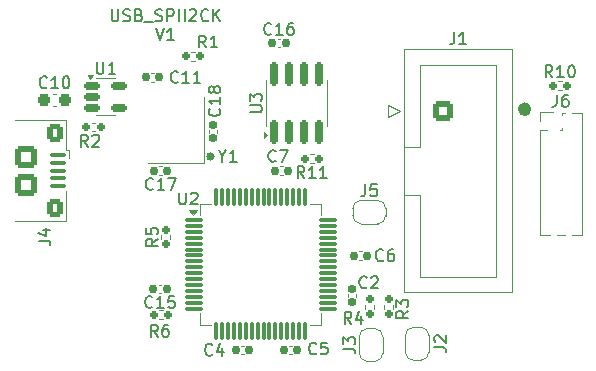
<source format=gbr>
%TF.GenerationSoftware,KiCad,Pcbnew,8.0.3*%
%TF.CreationDate,2024-07-22T14:40:56-07:00*%
%TF.ProjectId,USB_SPII2CK,5553425f-5350-4494-9932-434b2e6b6963,rev?*%
%TF.SameCoordinates,Original*%
%TF.FileFunction,Legend,Top*%
%TF.FilePolarity,Positive*%
%FSLAX46Y46*%
G04 Gerber Fmt 4.6, Leading zero omitted, Abs format (unit mm)*
G04 Created by KiCad (PCBNEW 8.0.3) date 2024-07-22 14:40:56*
%MOMM*%
%LPD*%
G01*
G04 APERTURE LIST*
G04 Aperture macros list*
%AMRoundRect*
0 Rectangle with rounded corners*
0 $1 Rounding radius*
0 $2 $3 $4 $5 $6 $7 $8 $9 X,Y pos of 4 corners*
0 Add a 4 corners polygon primitive as box body*
4,1,4,$2,$3,$4,$5,$6,$7,$8,$9,$2,$3,0*
0 Add four circle primitives for the rounded corners*
1,1,$1+$1,$2,$3*
1,1,$1+$1,$4,$5*
1,1,$1+$1,$6,$7*
1,1,$1+$1,$8,$9*
0 Add four rect primitives between the rounded corners*
20,1,$1+$1,$2,$3,$4,$5,0*
20,1,$1+$1,$4,$5,$6,$7,0*
20,1,$1+$1,$6,$7,$8,$9,0*
20,1,$1+$1,$8,$9,$2,$3,0*%
%AMFreePoly0*
4,1,19,0.500000,-0.750000,0.000000,-0.750000,0.000000,-0.744911,-0.071157,-0.744911,-0.207708,-0.704816,-0.327430,-0.627875,-0.420627,-0.520320,-0.479746,-0.390866,-0.500000,-0.250000,-0.500000,0.250000,-0.479746,0.390866,-0.420627,0.520320,-0.327430,0.627875,-0.207708,0.704816,-0.071157,0.744911,0.000000,0.744911,0.000000,0.750000,0.500000,0.750000,0.500000,-0.750000,0.500000,-0.750000,
$1*%
%AMFreePoly1*
4,1,19,0.000000,0.744911,0.071157,0.744911,0.207708,0.704816,0.327430,0.627875,0.420627,0.520320,0.479746,0.390866,0.500000,0.250000,0.500000,-0.250000,0.479746,-0.390866,0.420627,-0.520320,0.327430,-0.627875,0.207708,-0.704816,0.071157,-0.744911,0.000000,-0.744911,0.000000,-0.750000,-0.500000,-0.750000,-0.500000,0.750000,0.000000,0.750000,0.000000,0.744911,0.000000,0.744911,
$1*%
G04 Aperture macros list end*
%ADD10C,0.560000*%
%ADD11C,0.376228*%
%ADD12C,0.150000*%
%ADD13C,0.120000*%
%ADD14FreePoly0,90.000000*%
%ADD15FreePoly1,90.000000*%
%ADD16RoundRect,0.100000X-0.575000X0.100000X-0.575000X-0.100000X0.575000X-0.100000X0.575000X0.100000X0*%
%ADD17O,1.600000X0.900000*%
%ADD18RoundRect,0.250000X-0.450000X0.550000X-0.450000X-0.550000X0.450000X-0.550000X0.450000X0.550000X0*%
%ADD19RoundRect,0.250000X-0.700000X0.700000X-0.700000X-0.700000X0.700000X-0.700000X0.700000X0.700000X0*%
%ADD20RoundRect,0.155000X-0.212500X-0.155000X0.212500X-0.155000X0.212500X0.155000X-0.212500X0.155000X0*%
%ADD21RoundRect,0.155000X0.155000X-0.212500X0.155000X0.212500X-0.155000X0.212500X-0.155000X-0.212500X0*%
%ADD22RoundRect,0.150000X-0.512500X-0.150000X0.512500X-0.150000X0.512500X0.150000X-0.512500X0.150000X0*%
%ADD23RoundRect,0.150000X0.150000X-0.825000X0.150000X0.825000X-0.150000X0.825000X-0.150000X-0.825000X0*%
%ADD24RoundRect,0.160000X0.160000X-0.197500X0.160000X0.197500X-0.160000X0.197500X-0.160000X-0.197500X0*%
%ADD25RoundRect,0.160000X0.197500X0.160000X-0.197500X0.160000X-0.197500X-0.160000X0.197500X-0.160000X0*%
%ADD26RoundRect,0.250000X-0.600000X-0.600000X0.600000X-0.600000X0.600000X0.600000X-0.600000X0.600000X0*%
%ADD27C,1.700000*%
%ADD28RoundRect,0.160000X-0.197500X-0.160000X0.197500X-0.160000X0.197500X0.160000X-0.197500X0.160000X0*%
%ADD29RoundRect,0.155000X0.212500X0.155000X-0.212500X0.155000X-0.212500X-0.155000X0.212500X-0.155000X0*%
%ADD30R,1.000000X1.000000*%
%ADD31O,1.000000X1.000000*%
%ADD32FreePoly0,0.000000*%
%ADD33FreePoly1,0.000000*%
%ADD34RoundRect,0.075000X-0.700000X-0.075000X0.700000X-0.075000X0.700000X0.075000X-0.700000X0.075000X0*%
%ADD35RoundRect,0.075000X-0.075000X-0.700000X0.075000X-0.700000X0.075000X0.700000X-0.075000X0.700000X0*%
%ADD36R,1.800000X2.100000*%
%ADD37RoundRect,0.155000X-0.155000X0.212500X-0.155000X-0.212500X0.155000X-0.212500X0.155000X0.212500X0*%
%ADD38C,3.000000*%
%ADD39RoundRect,0.160000X-0.160000X0.197500X-0.160000X-0.197500X0.160000X-0.197500X0.160000X0.197500X0*%
%ADD40RoundRect,0.237500X-0.300000X-0.237500X0.300000X-0.237500X0.300000X0.237500X-0.300000X0.237500X0*%
G04 APERTURE END LIST*
D10*
X166680000Y-92500000D02*
G75*
G02*
X166120000Y-92500000I-280000J0D01*
G01*
X166120000Y-92500000D02*
G75*
G02*
X166680000Y-92500000I280000J0D01*
G01*
D11*
X139988114Y-96500000D02*
G75*
G02*
X139611886Y-96500000I-188114J0D01*
G01*
X139611886Y-96500000D02*
G75*
G02*
X139988114Y-96500000I188114J0D01*
G01*
D12*
X131428572Y-84039819D02*
X131428572Y-84849342D01*
X131428572Y-84849342D02*
X131476191Y-84944580D01*
X131476191Y-84944580D02*
X131523810Y-84992200D01*
X131523810Y-84992200D02*
X131619048Y-85039819D01*
X131619048Y-85039819D02*
X131809524Y-85039819D01*
X131809524Y-85039819D02*
X131904762Y-84992200D01*
X131904762Y-84992200D02*
X131952381Y-84944580D01*
X131952381Y-84944580D02*
X132000000Y-84849342D01*
X132000000Y-84849342D02*
X132000000Y-84039819D01*
X132428572Y-84992200D02*
X132571429Y-85039819D01*
X132571429Y-85039819D02*
X132809524Y-85039819D01*
X132809524Y-85039819D02*
X132904762Y-84992200D01*
X132904762Y-84992200D02*
X132952381Y-84944580D01*
X132952381Y-84944580D02*
X133000000Y-84849342D01*
X133000000Y-84849342D02*
X133000000Y-84754104D01*
X133000000Y-84754104D02*
X132952381Y-84658866D01*
X132952381Y-84658866D02*
X132904762Y-84611247D01*
X132904762Y-84611247D02*
X132809524Y-84563628D01*
X132809524Y-84563628D02*
X132619048Y-84516009D01*
X132619048Y-84516009D02*
X132523810Y-84468390D01*
X132523810Y-84468390D02*
X132476191Y-84420771D01*
X132476191Y-84420771D02*
X132428572Y-84325533D01*
X132428572Y-84325533D02*
X132428572Y-84230295D01*
X132428572Y-84230295D02*
X132476191Y-84135057D01*
X132476191Y-84135057D02*
X132523810Y-84087438D01*
X132523810Y-84087438D02*
X132619048Y-84039819D01*
X132619048Y-84039819D02*
X132857143Y-84039819D01*
X132857143Y-84039819D02*
X133000000Y-84087438D01*
X133761905Y-84516009D02*
X133904762Y-84563628D01*
X133904762Y-84563628D02*
X133952381Y-84611247D01*
X133952381Y-84611247D02*
X134000000Y-84706485D01*
X134000000Y-84706485D02*
X134000000Y-84849342D01*
X134000000Y-84849342D02*
X133952381Y-84944580D01*
X133952381Y-84944580D02*
X133904762Y-84992200D01*
X133904762Y-84992200D02*
X133809524Y-85039819D01*
X133809524Y-85039819D02*
X133428572Y-85039819D01*
X133428572Y-85039819D02*
X133428572Y-84039819D01*
X133428572Y-84039819D02*
X133761905Y-84039819D01*
X133761905Y-84039819D02*
X133857143Y-84087438D01*
X133857143Y-84087438D02*
X133904762Y-84135057D01*
X133904762Y-84135057D02*
X133952381Y-84230295D01*
X133952381Y-84230295D02*
X133952381Y-84325533D01*
X133952381Y-84325533D02*
X133904762Y-84420771D01*
X133904762Y-84420771D02*
X133857143Y-84468390D01*
X133857143Y-84468390D02*
X133761905Y-84516009D01*
X133761905Y-84516009D02*
X133428572Y-84516009D01*
X134190477Y-85135057D02*
X134952381Y-85135057D01*
X135142858Y-84992200D02*
X135285715Y-85039819D01*
X135285715Y-85039819D02*
X135523810Y-85039819D01*
X135523810Y-85039819D02*
X135619048Y-84992200D01*
X135619048Y-84992200D02*
X135666667Y-84944580D01*
X135666667Y-84944580D02*
X135714286Y-84849342D01*
X135714286Y-84849342D02*
X135714286Y-84754104D01*
X135714286Y-84754104D02*
X135666667Y-84658866D01*
X135666667Y-84658866D02*
X135619048Y-84611247D01*
X135619048Y-84611247D02*
X135523810Y-84563628D01*
X135523810Y-84563628D02*
X135333334Y-84516009D01*
X135333334Y-84516009D02*
X135238096Y-84468390D01*
X135238096Y-84468390D02*
X135190477Y-84420771D01*
X135190477Y-84420771D02*
X135142858Y-84325533D01*
X135142858Y-84325533D02*
X135142858Y-84230295D01*
X135142858Y-84230295D02*
X135190477Y-84135057D01*
X135190477Y-84135057D02*
X135238096Y-84087438D01*
X135238096Y-84087438D02*
X135333334Y-84039819D01*
X135333334Y-84039819D02*
X135571429Y-84039819D01*
X135571429Y-84039819D02*
X135714286Y-84087438D01*
X136142858Y-85039819D02*
X136142858Y-84039819D01*
X136142858Y-84039819D02*
X136523810Y-84039819D01*
X136523810Y-84039819D02*
X136619048Y-84087438D01*
X136619048Y-84087438D02*
X136666667Y-84135057D01*
X136666667Y-84135057D02*
X136714286Y-84230295D01*
X136714286Y-84230295D02*
X136714286Y-84373152D01*
X136714286Y-84373152D02*
X136666667Y-84468390D01*
X136666667Y-84468390D02*
X136619048Y-84516009D01*
X136619048Y-84516009D02*
X136523810Y-84563628D01*
X136523810Y-84563628D02*
X136142858Y-84563628D01*
X137142858Y-85039819D02*
X137142858Y-84039819D01*
X137619048Y-85039819D02*
X137619048Y-84039819D01*
X138047619Y-84135057D02*
X138095238Y-84087438D01*
X138095238Y-84087438D02*
X138190476Y-84039819D01*
X138190476Y-84039819D02*
X138428571Y-84039819D01*
X138428571Y-84039819D02*
X138523809Y-84087438D01*
X138523809Y-84087438D02*
X138571428Y-84135057D01*
X138571428Y-84135057D02*
X138619047Y-84230295D01*
X138619047Y-84230295D02*
X138619047Y-84325533D01*
X138619047Y-84325533D02*
X138571428Y-84468390D01*
X138571428Y-84468390D02*
X138000000Y-85039819D01*
X138000000Y-85039819D02*
X138619047Y-85039819D01*
X139619047Y-84944580D02*
X139571428Y-84992200D01*
X139571428Y-84992200D02*
X139428571Y-85039819D01*
X139428571Y-85039819D02*
X139333333Y-85039819D01*
X139333333Y-85039819D02*
X139190476Y-84992200D01*
X139190476Y-84992200D02*
X139095238Y-84896961D01*
X139095238Y-84896961D02*
X139047619Y-84801723D01*
X139047619Y-84801723D02*
X139000000Y-84611247D01*
X139000000Y-84611247D02*
X139000000Y-84468390D01*
X139000000Y-84468390D02*
X139047619Y-84277914D01*
X139047619Y-84277914D02*
X139095238Y-84182676D01*
X139095238Y-84182676D02*
X139190476Y-84087438D01*
X139190476Y-84087438D02*
X139333333Y-84039819D01*
X139333333Y-84039819D02*
X139428571Y-84039819D01*
X139428571Y-84039819D02*
X139571428Y-84087438D01*
X139571428Y-84087438D02*
X139619047Y-84135057D01*
X140047619Y-85039819D02*
X140047619Y-84039819D01*
X140619047Y-85039819D02*
X140190476Y-84468390D01*
X140619047Y-84039819D02*
X140047619Y-84611247D01*
X135190476Y-85649763D02*
X135523809Y-86649763D01*
X135523809Y-86649763D02*
X135857142Y-85649763D01*
X136714285Y-86649763D02*
X136142857Y-86649763D01*
X136428571Y-86649763D02*
X136428571Y-85649763D01*
X136428571Y-85649763D02*
X136333333Y-85792620D01*
X136333333Y-85792620D02*
X136238095Y-85887858D01*
X136238095Y-85887858D02*
X136142857Y-85935477D01*
X151054819Y-112783333D02*
X151769104Y-112783333D01*
X151769104Y-112783333D02*
X151911961Y-112830952D01*
X151911961Y-112830952D02*
X152007200Y-112926190D01*
X152007200Y-112926190D02*
X152054819Y-113069047D01*
X152054819Y-113069047D02*
X152054819Y-113164285D01*
X151054819Y-112402380D02*
X151054819Y-111783333D01*
X151054819Y-111783333D02*
X151435771Y-112116666D01*
X151435771Y-112116666D02*
X151435771Y-111973809D01*
X151435771Y-111973809D02*
X151483390Y-111878571D01*
X151483390Y-111878571D02*
X151531009Y-111830952D01*
X151531009Y-111830952D02*
X151626247Y-111783333D01*
X151626247Y-111783333D02*
X151864342Y-111783333D01*
X151864342Y-111783333D02*
X151959580Y-111830952D01*
X151959580Y-111830952D02*
X152007200Y-111878571D01*
X152007200Y-111878571D02*
X152054819Y-111973809D01*
X152054819Y-111973809D02*
X152054819Y-112259523D01*
X152054819Y-112259523D02*
X152007200Y-112354761D01*
X152007200Y-112354761D02*
X151959580Y-112402380D01*
X125254819Y-103633333D02*
X125969104Y-103633333D01*
X125969104Y-103633333D02*
X126111961Y-103680952D01*
X126111961Y-103680952D02*
X126207200Y-103776190D01*
X126207200Y-103776190D02*
X126254819Y-103919047D01*
X126254819Y-103919047D02*
X126254819Y-104014285D01*
X125588152Y-102728571D02*
X126254819Y-102728571D01*
X125207200Y-102966666D02*
X125921485Y-103204761D01*
X125921485Y-103204761D02*
X125921485Y-102585714D01*
X144957142Y-86099580D02*
X144909523Y-86147200D01*
X144909523Y-86147200D02*
X144766666Y-86194819D01*
X144766666Y-86194819D02*
X144671428Y-86194819D01*
X144671428Y-86194819D02*
X144528571Y-86147200D01*
X144528571Y-86147200D02*
X144433333Y-86051961D01*
X144433333Y-86051961D02*
X144385714Y-85956723D01*
X144385714Y-85956723D02*
X144338095Y-85766247D01*
X144338095Y-85766247D02*
X144338095Y-85623390D01*
X144338095Y-85623390D02*
X144385714Y-85432914D01*
X144385714Y-85432914D02*
X144433333Y-85337676D01*
X144433333Y-85337676D02*
X144528571Y-85242438D01*
X144528571Y-85242438D02*
X144671428Y-85194819D01*
X144671428Y-85194819D02*
X144766666Y-85194819D01*
X144766666Y-85194819D02*
X144909523Y-85242438D01*
X144909523Y-85242438D02*
X144957142Y-85290057D01*
X145909523Y-86194819D02*
X145338095Y-86194819D01*
X145623809Y-86194819D02*
X145623809Y-85194819D01*
X145623809Y-85194819D02*
X145528571Y-85337676D01*
X145528571Y-85337676D02*
X145433333Y-85432914D01*
X145433333Y-85432914D02*
X145338095Y-85480533D01*
X146766666Y-85194819D02*
X146576190Y-85194819D01*
X146576190Y-85194819D02*
X146480952Y-85242438D01*
X146480952Y-85242438D02*
X146433333Y-85290057D01*
X146433333Y-85290057D02*
X146338095Y-85432914D01*
X146338095Y-85432914D02*
X146290476Y-85623390D01*
X146290476Y-85623390D02*
X146290476Y-86004342D01*
X146290476Y-86004342D02*
X146338095Y-86099580D01*
X146338095Y-86099580D02*
X146385714Y-86147200D01*
X146385714Y-86147200D02*
X146480952Y-86194819D01*
X146480952Y-86194819D02*
X146671428Y-86194819D01*
X146671428Y-86194819D02*
X146766666Y-86147200D01*
X146766666Y-86147200D02*
X146814285Y-86099580D01*
X146814285Y-86099580D02*
X146861904Y-86004342D01*
X146861904Y-86004342D02*
X146861904Y-85766247D01*
X146861904Y-85766247D02*
X146814285Y-85671009D01*
X146814285Y-85671009D02*
X146766666Y-85623390D01*
X146766666Y-85623390D02*
X146671428Y-85575771D01*
X146671428Y-85575771D02*
X146480952Y-85575771D01*
X146480952Y-85575771D02*
X146385714Y-85623390D01*
X146385714Y-85623390D02*
X146338095Y-85671009D01*
X146338095Y-85671009D02*
X146290476Y-85766247D01*
X153033333Y-107559580D02*
X152985714Y-107607200D01*
X152985714Y-107607200D02*
X152842857Y-107654819D01*
X152842857Y-107654819D02*
X152747619Y-107654819D01*
X152747619Y-107654819D02*
X152604762Y-107607200D01*
X152604762Y-107607200D02*
X152509524Y-107511961D01*
X152509524Y-107511961D02*
X152461905Y-107416723D01*
X152461905Y-107416723D02*
X152414286Y-107226247D01*
X152414286Y-107226247D02*
X152414286Y-107083390D01*
X152414286Y-107083390D02*
X152461905Y-106892914D01*
X152461905Y-106892914D02*
X152509524Y-106797676D01*
X152509524Y-106797676D02*
X152604762Y-106702438D01*
X152604762Y-106702438D02*
X152747619Y-106654819D01*
X152747619Y-106654819D02*
X152842857Y-106654819D01*
X152842857Y-106654819D02*
X152985714Y-106702438D01*
X152985714Y-106702438D02*
X153033333Y-106750057D01*
X153414286Y-106750057D02*
X153461905Y-106702438D01*
X153461905Y-106702438D02*
X153557143Y-106654819D01*
X153557143Y-106654819D02*
X153795238Y-106654819D01*
X153795238Y-106654819D02*
X153890476Y-106702438D01*
X153890476Y-106702438D02*
X153938095Y-106750057D01*
X153938095Y-106750057D02*
X153985714Y-106845295D01*
X153985714Y-106845295D02*
X153985714Y-106940533D01*
X153985714Y-106940533D02*
X153938095Y-107083390D01*
X153938095Y-107083390D02*
X153366667Y-107654819D01*
X153366667Y-107654819D02*
X153985714Y-107654819D01*
X130175595Y-88504819D02*
X130175595Y-89314342D01*
X130175595Y-89314342D02*
X130223214Y-89409580D01*
X130223214Y-89409580D02*
X130270833Y-89457200D01*
X130270833Y-89457200D02*
X130366071Y-89504819D01*
X130366071Y-89504819D02*
X130556547Y-89504819D01*
X130556547Y-89504819D02*
X130651785Y-89457200D01*
X130651785Y-89457200D02*
X130699404Y-89409580D01*
X130699404Y-89409580D02*
X130747023Y-89314342D01*
X130747023Y-89314342D02*
X130747023Y-88504819D01*
X131747023Y-89504819D02*
X131175595Y-89504819D01*
X131461309Y-89504819D02*
X131461309Y-88504819D01*
X131461309Y-88504819D02*
X131366071Y-88647676D01*
X131366071Y-88647676D02*
X131270833Y-88742914D01*
X131270833Y-88742914D02*
X131175595Y-88790533D01*
X143149819Y-92736904D02*
X143959342Y-92736904D01*
X143959342Y-92736904D02*
X144054580Y-92689285D01*
X144054580Y-92689285D02*
X144102200Y-92641666D01*
X144102200Y-92641666D02*
X144149819Y-92546428D01*
X144149819Y-92546428D02*
X144149819Y-92355952D01*
X144149819Y-92355952D02*
X144102200Y-92260714D01*
X144102200Y-92260714D02*
X144054580Y-92213095D01*
X144054580Y-92213095D02*
X143959342Y-92165476D01*
X143959342Y-92165476D02*
X143149819Y-92165476D01*
X143149819Y-91784523D02*
X143149819Y-91165476D01*
X143149819Y-91165476D02*
X143530771Y-91498809D01*
X143530771Y-91498809D02*
X143530771Y-91355952D01*
X143530771Y-91355952D02*
X143578390Y-91260714D01*
X143578390Y-91260714D02*
X143626009Y-91213095D01*
X143626009Y-91213095D02*
X143721247Y-91165476D01*
X143721247Y-91165476D02*
X143959342Y-91165476D01*
X143959342Y-91165476D02*
X144054580Y-91213095D01*
X144054580Y-91213095D02*
X144102200Y-91260714D01*
X144102200Y-91260714D02*
X144149819Y-91355952D01*
X144149819Y-91355952D02*
X144149819Y-91641666D01*
X144149819Y-91641666D02*
X144102200Y-91736904D01*
X144102200Y-91736904D02*
X144054580Y-91784523D01*
X158754819Y-112633333D02*
X159469104Y-112633333D01*
X159469104Y-112633333D02*
X159611961Y-112680952D01*
X159611961Y-112680952D02*
X159707200Y-112776190D01*
X159707200Y-112776190D02*
X159754819Y-112919047D01*
X159754819Y-112919047D02*
X159754819Y-113014285D01*
X158850057Y-112204761D02*
X158802438Y-112157142D01*
X158802438Y-112157142D02*
X158754819Y-112061904D01*
X158754819Y-112061904D02*
X158754819Y-111823809D01*
X158754819Y-111823809D02*
X158802438Y-111728571D01*
X158802438Y-111728571D02*
X158850057Y-111680952D01*
X158850057Y-111680952D02*
X158945295Y-111633333D01*
X158945295Y-111633333D02*
X159040533Y-111633333D01*
X159040533Y-111633333D02*
X159183390Y-111680952D01*
X159183390Y-111680952D02*
X159754819Y-112252380D01*
X159754819Y-112252380D02*
X159754819Y-111633333D01*
X151733333Y-110654819D02*
X151400000Y-110178628D01*
X151161905Y-110654819D02*
X151161905Y-109654819D01*
X151161905Y-109654819D02*
X151542857Y-109654819D01*
X151542857Y-109654819D02*
X151638095Y-109702438D01*
X151638095Y-109702438D02*
X151685714Y-109750057D01*
X151685714Y-109750057D02*
X151733333Y-109845295D01*
X151733333Y-109845295D02*
X151733333Y-109988152D01*
X151733333Y-109988152D02*
X151685714Y-110083390D01*
X151685714Y-110083390D02*
X151638095Y-110131009D01*
X151638095Y-110131009D02*
X151542857Y-110178628D01*
X151542857Y-110178628D02*
X151161905Y-110178628D01*
X152590476Y-109988152D02*
X152590476Y-110654819D01*
X152352381Y-109607200D02*
X152114286Y-110321485D01*
X152114286Y-110321485D02*
X152733333Y-110321485D01*
X147757142Y-98324819D02*
X147423809Y-97848628D01*
X147185714Y-98324819D02*
X147185714Y-97324819D01*
X147185714Y-97324819D02*
X147566666Y-97324819D01*
X147566666Y-97324819D02*
X147661904Y-97372438D01*
X147661904Y-97372438D02*
X147709523Y-97420057D01*
X147709523Y-97420057D02*
X147757142Y-97515295D01*
X147757142Y-97515295D02*
X147757142Y-97658152D01*
X147757142Y-97658152D02*
X147709523Y-97753390D01*
X147709523Y-97753390D02*
X147661904Y-97801009D01*
X147661904Y-97801009D02*
X147566666Y-97848628D01*
X147566666Y-97848628D02*
X147185714Y-97848628D01*
X148709523Y-98324819D02*
X148138095Y-98324819D01*
X148423809Y-98324819D02*
X148423809Y-97324819D01*
X148423809Y-97324819D02*
X148328571Y-97467676D01*
X148328571Y-97467676D02*
X148233333Y-97562914D01*
X148233333Y-97562914D02*
X148138095Y-97610533D01*
X149661904Y-98324819D02*
X149090476Y-98324819D01*
X149376190Y-98324819D02*
X149376190Y-97324819D01*
X149376190Y-97324819D02*
X149280952Y-97467676D01*
X149280952Y-97467676D02*
X149185714Y-97562914D01*
X149185714Y-97562914D02*
X149090476Y-97610533D01*
X160436666Y-85994819D02*
X160436666Y-86709104D01*
X160436666Y-86709104D02*
X160389047Y-86851961D01*
X160389047Y-86851961D02*
X160293809Y-86947200D01*
X160293809Y-86947200D02*
X160150952Y-86994819D01*
X160150952Y-86994819D02*
X160055714Y-86994819D01*
X161436666Y-86994819D02*
X160865238Y-86994819D01*
X161150952Y-86994819D02*
X161150952Y-85994819D01*
X161150952Y-85994819D02*
X161055714Y-86137676D01*
X161055714Y-86137676D02*
X160960476Y-86232914D01*
X160960476Y-86232914D02*
X160865238Y-86280533D01*
X168754642Y-89784819D02*
X168421309Y-89308628D01*
X168183214Y-89784819D02*
X168183214Y-88784819D01*
X168183214Y-88784819D02*
X168564166Y-88784819D01*
X168564166Y-88784819D02*
X168659404Y-88832438D01*
X168659404Y-88832438D02*
X168707023Y-88880057D01*
X168707023Y-88880057D02*
X168754642Y-88975295D01*
X168754642Y-88975295D02*
X168754642Y-89118152D01*
X168754642Y-89118152D02*
X168707023Y-89213390D01*
X168707023Y-89213390D02*
X168659404Y-89261009D01*
X168659404Y-89261009D02*
X168564166Y-89308628D01*
X168564166Y-89308628D02*
X168183214Y-89308628D01*
X169707023Y-89784819D02*
X169135595Y-89784819D01*
X169421309Y-89784819D02*
X169421309Y-88784819D01*
X169421309Y-88784819D02*
X169326071Y-88927676D01*
X169326071Y-88927676D02*
X169230833Y-89022914D01*
X169230833Y-89022914D02*
X169135595Y-89070533D01*
X170326071Y-88784819D02*
X170421309Y-88784819D01*
X170421309Y-88784819D02*
X170516547Y-88832438D01*
X170516547Y-88832438D02*
X170564166Y-88880057D01*
X170564166Y-88880057D02*
X170611785Y-88975295D01*
X170611785Y-88975295D02*
X170659404Y-89165771D01*
X170659404Y-89165771D02*
X170659404Y-89403866D01*
X170659404Y-89403866D02*
X170611785Y-89594342D01*
X170611785Y-89594342D02*
X170564166Y-89689580D01*
X170564166Y-89689580D02*
X170516547Y-89737200D01*
X170516547Y-89737200D02*
X170421309Y-89784819D01*
X170421309Y-89784819D02*
X170326071Y-89784819D01*
X170326071Y-89784819D02*
X170230833Y-89737200D01*
X170230833Y-89737200D02*
X170183214Y-89689580D01*
X170183214Y-89689580D02*
X170135595Y-89594342D01*
X170135595Y-89594342D02*
X170087976Y-89403866D01*
X170087976Y-89403866D02*
X170087976Y-89165771D01*
X170087976Y-89165771D02*
X170135595Y-88975295D01*
X170135595Y-88975295D02*
X170183214Y-88880057D01*
X170183214Y-88880057D02*
X170230833Y-88832438D01*
X170230833Y-88832438D02*
X170326071Y-88784819D01*
X139965833Y-113259580D02*
X139918214Y-113307200D01*
X139918214Y-113307200D02*
X139775357Y-113354819D01*
X139775357Y-113354819D02*
X139680119Y-113354819D01*
X139680119Y-113354819D02*
X139537262Y-113307200D01*
X139537262Y-113307200D02*
X139442024Y-113211961D01*
X139442024Y-113211961D02*
X139394405Y-113116723D01*
X139394405Y-113116723D02*
X139346786Y-112926247D01*
X139346786Y-112926247D02*
X139346786Y-112783390D01*
X139346786Y-112783390D02*
X139394405Y-112592914D01*
X139394405Y-112592914D02*
X139442024Y-112497676D01*
X139442024Y-112497676D02*
X139537262Y-112402438D01*
X139537262Y-112402438D02*
X139680119Y-112354819D01*
X139680119Y-112354819D02*
X139775357Y-112354819D01*
X139775357Y-112354819D02*
X139918214Y-112402438D01*
X139918214Y-112402438D02*
X139965833Y-112450057D01*
X140822976Y-112688152D02*
X140822976Y-113354819D01*
X140584881Y-112307200D02*
X140346786Y-113021485D01*
X140346786Y-113021485D02*
X140965833Y-113021485D01*
X156554819Y-109566666D02*
X156078628Y-109899999D01*
X156554819Y-110138094D02*
X155554819Y-110138094D01*
X155554819Y-110138094D02*
X155554819Y-109757142D01*
X155554819Y-109757142D02*
X155602438Y-109661904D01*
X155602438Y-109661904D02*
X155650057Y-109614285D01*
X155650057Y-109614285D02*
X155745295Y-109566666D01*
X155745295Y-109566666D02*
X155888152Y-109566666D01*
X155888152Y-109566666D02*
X155983390Y-109614285D01*
X155983390Y-109614285D02*
X156031009Y-109661904D01*
X156031009Y-109661904D02*
X156078628Y-109757142D01*
X156078628Y-109757142D02*
X156078628Y-110138094D01*
X155554819Y-109233332D02*
X155554819Y-108614285D01*
X155554819Y-108614285D02*
X155935771Y-108947618D01*
X155935771Y-108947618D02*
X155935771Y-108804761D01*
X155935771Y-108804761D02*
X155983390Y-108709523D01*
X155983390Y-108709523D02*
X156031009Y-108661904D01*
X156031009Y-108661904D02*
X156126247Y-108614285D01*
X156126247Y-108614285D02*
X156364342Y-108614285D01*
X156364342Y-108614285D02*
X156459580Y-108661904D01*
X156459580Y-108661904D02*
X156507200Y-108709523D01*
X156507200Y-108709523D02*
X156554819Y-108804761D01*
X156554819Y-108804761D02*
X156554819Y-109090475D01*
X156554819Y-109090475D02*
X156507200Y-109185713D01*
X156507200Y-109185713D02*
X156459580Y-109233332D01*
X154433333Y-105259580D02*
X154385714Y-105307200D01*
X154385714Y-105307200D02*
X154242857Y-105354819D01*
X154242857Y-105354819D02*
X154147619Y-105354819D01*
X154147619Y-105354819D02*
X154004762Y-105307200D01*
X154004762Y-105307200D02*
X153909524Y-105211961D01*
X153909524Y-105211961D02*
X153861905Y-105116723D01*
X153861905Y-105116723D02*
X153814286Y-104926247D01*
X153814286Y-104926247D02*
X153814286Y-104783390D01*
X153814286Y-104783390D02*
X153861905Y-104592914D01*
X153861905Y-104592914D02*
X153909524Y-104497676D01*
X153909524Y-104497676D02*
X154004762Y-104402438D01*
X154004762Y-104402438D02*
X154147619Y-104354819D01*
X154147619Y-104354819D02*
X154242857Y-104354819D01*
X154242857Y-104354819D02*
X154385714Y-104402438D01*
X154385714Y-104402438D02*
X154433333Y-104450057D01*
X155290476Y-104354819D02*
X155100000Y-104354819D01*
X155100000Y-104354819D02*
X155004762Y-104402438D01*
X155004762Y-104402438D02*
X154957143Y-104450057D01*
X154957143Y-104450057D02*
X154861905Y-104592914D01*
X154861905Y-104592914D02*
X154814286Y-104783390D01*
X154814286Y-104783390D02*
X154814286Y-105164342D01*
X154814286Y-105164342D02*
X154861905Y-105259580D01*
X154861905Y-105259580D02*
X154909524Y-105307200D01*
X154909524Y-105307200D02*
X155004762Y-105354819D01*
X155004762Y-105354819D02*
X155195238Y-105354819D01*
X155195238Y-105354819D02*
X155290476Y-105307200D01*
X155290476Y-105307200D02*
X155338095Y-105259580D01*
X155338095Y-105259580D02*
X155385714Y-105164342D01*
X155385714Y-105164342D02*
X155385714Y-104926247D01*
X155385714Y-104926247D02*
X155338095Y-104831009D01*
X155338095Y-104831009D02*
X155290476Y-104783390D01*
X155290476Y-104783390D02*
X155195238Y-104735771D01*
X155195238Y-104735771D02*
X155004762Y-104735771D01*
X155004762Y-104735771D02*
X154909524Y-104783390D01*
X154909524Y-104783390D02*
X154861905Y-104831009D01*
X154861905Y-104831009D02*
X154814286Y-104926247D01*
X129433333Y-95654819D02*
X129100000Y-95178628D01*
X128861905Y-95654819D02*
X128861905Y-94654819D01*
X128861905Y-94654819D02*
X129242857Y-94654819D01*
X129242857Y-94654819D02*
X129338095Y-94702438D01*
X129338095Y-94702438D02*
X129385714Y-94750057D01*
X129385714Y-94750057D02*
X129433333Y-94845295D01*
X129433333Y-94845295D02*
X129433333Y-94988152D01*
X129433333Y-94988152D02*
X129385714Y-95083390D01*
X129385714Y-95083390D02*
X129338095Y-95131009D01*
X129338095Y-95131009D02*
X129242857Y-95178628D01*
X129242857Y-95178628D02*
X128861905Y-95178628D01*
X129814286Y-94750057D02*
X129861905Y-94702438D01*
X129861905Y-94702438D02*
X129957143Y-94654819D01*
X129957143Y-94654819D02*
X130195238Y-94654819D01*
X130195238Y-94654819D02*
X130290476Y-94702438D01*
X130290476Y-94702438D02*
X130338095Y-94750057D01*
X130338095Y-94750057D02*
X130385714Y-94845295D01*
X130385714Y-94845295D02*
X130385714Y-94940533D01*
X130385714Y-94940533D02*
X130338095Y-95083390D01*
X130338095Y-95083390D02*
X129766667Y-95654819D01*
X129766667Y-95654819D02*
X130385714Y-95654819D01*
X169131666Y-91279819D02*
X169131666Y-91994104D01*
X169131666Y-91994104D02*
X169084047Y-92136961D01*
X169084047Y-92136961D02*
X168988809Y-92232200D01*
X168988809Y-92232200D02*
X168845952Y-92279819D01*
X168845952Y-92279819D02*
X168750714Y-92279819D01*
X170036428Y-91279819D02*
X169845952Y-91279819D01*
X169845952Y-91279819D02*
X169750714Y-91327438D01*
X169750714Y-91327438D02*
X169703095Y-91375057D01*
X169703095Y-91375057D02*
X169607857Y-91517914D01*
X169607857Y-91517914D02*
X169560238Y-91708390D01*
X169560238Y-91708390D02*
X169560238Y-92089342D01*
X169560238Y-92089342D02*
X169607857Y-92184580D01*
X169607857Y-92184580D02*
X169655476Y-92232200D01*
X169655476Y-92232200D02*
X169750714Y-92279819D01*
X169750714Y-92279819D02*
X169941190Y-92279819D01*
X169941190Y-92279819D02*
X170036428Y-92232200D01*
X170036428Y-92232200D02*
X170084047Y-92184580D01*
X170084047Y-92184580D02*
X170131666Y-92089342D01*
X170131666Y-92089342D02*
X170131666Y-91851247D01*
X170131666Y-91851247D02*
X170084047Y-91756009D01*
X170084047Y-91756009D02*
X170036428Y-91708390D01*
X170036428Y-91708390D02*
X169941190Y-91660771D01*
X169941190Y-91660771D02*
X169750714Y-91660771D01*
X169750714Y-91660771D02*
X169655476Y-91708390D01*
X169655476Y-91708390D02*
X169607857Y-91756009D01*
X169607857Y-91756009D02*
X169560238Y-91851247D01*
X135333333Y-111754819D02*
X135000000Y-111278628D01*
X134761905Y-111754819D02*
X134761905Y-110754819D01*
X134761905Y-110754819D02*
X135142857Y-110754819D01*
X135142857Y-110754819D02*
X135238095Y-110802438D01*
X135238095Y-110802438D02*
X135285714Y-110850057D01*
X135285714Y-110850057D02*
X135333333Y-110945295D01*
X135333333Y-110945295D02*
X135333333Y-111088152D01*
X135333333Y-111088152D02*
X135285714Y-111183390D01*
X135285714Y-111183390D02*
X135238095Y-111231009D01*
X135238095Y-111231009D02*
X135142857Y-111278628D01*
X135142857Y-111278628D02*
X134761905Y-111278628D01*
X136190476Y-110754819D02*
X136000000Y-110754819D01*
X136000000Y-110754819D02*
X135904762Y-110802438D01*
X135904762Y-110802438D02*
X135857143Y-110850057D01*
X135857143Y-110850057D02*
X135761905Y-110992914D01*
X135761905Y-110992914D02*
X135714286Y-111183390D01*
X135714286Y-111183390D02*
X135714286Y-111564342D01*
X135714286Y-111564342D02*
X135761905Y-111659580D01*
X135761905Y-111659580D02*
X135809524Y-111707200D01*
X135809524Y-111707200D02*
X135904762Y-111754819D01*
X135904762Y-111754819D02*
X136095238Y-111754819D01*
X136095238Y-111754819D02*
X136190476Y-111707200D01*
X136190476Y-111707200D02*
X136238095Y-111659580D01*
X136238095Y-111659580D02*
X136285714Y-111564342D01*
X136285714Y-111564342D02*
X136285714Y-111326247D01*
X136285714Y-111326247D02*
X136238095Y-111231009D01*
X136238095Y-111231009D02*
X136190476Y-111183390D01*
X136190476Y-111183390D02*
X136095238Y-111135771D01*
X136095238Y-111135771D02*
X135904762Y-111135771D01*
X135904762Y-111135771D02*
X135809524Y-111183390D01*
X135809524Y-111183390D02*
X135761905Y-111231009D01*
X135761905Y-111231009D02*
X135714286Y-111326247D01*
X152916666Y-98854819D02*
X152916666Y-99569104D01*
X152916666Y-99569104D02*
X152869047Y-99711961D01*
X152869047Y-99711961D02*
X152773809Y-99807200D01*
X152773809Y-99807200D02*
X152630952Y-99854819D01*
X152630952Y-99854819D02*
X152535714Y-99854819D01*
X153869047Y-98854819D02*
X153392857Y-98854819D01*
X153392857Y-98854819D02*
X153345238Y-99331009D01*
X153345238Y-99331009D02*
X153392857Y-99283390D01*
X153392857Y-99283390D02*
X153488095Y-99235771D01*
X153488095Y-99235771D02*
X153726190Y-99235771D01*
X153726190Y-99235771D02*
X153821428Y-99283390D01*
X153821428Y-99283390D02*
X153869047Y-99331009D01*
X153869047Y-99331009D02*
X153916666Y-99426247D01*
X153916666Y-99426247D02*
X153916666Y-99664342D01*
X153916666Y-99664342D02*
X153869047Y-99759580D01*
X153869047Y-99759580D02*
X153821428Y-99807200D01*
X153821428Y-99807200D02*
X153726190Y-99854819D01*
X153726190Y-99854819D02*
X153488095Y-99854819D01*
X153488095Y-99854819D02*
X153392857Y-99807200D01*
X153392857Y-99807200D02*
X153345238Y-99759580D01*
X139433333Y-87254819D02*
X139100000Y-86778628D01*
X138861905Y-87254819D02*
X138861905Y-86254819D01*
X138861905Y-86254819D02*
X139242857Y-86254819D01*
X139242857Y-86254819D02*
X139338095Y-86302438D01*
X139338095Y-86302438D02*
X139385714Y-86350057D01*
X139385714Y-86350057D02*
X139433333Y-86445295D01*
X139433333Y-86445295D02*
X139433333Y-86588152D01*
X139433333Y-86588152D02*
X139385714Y-86683390D01*
X139385714Y-86683390D02*
X139338095Y-86731009D01*
X139338095Y-86731009D02*
X139242857Y-86778628D01*
X139242857Y-86778628D02*
X138861905Y-86778628D01*
X140385714Y-87254819D02*
X139814286Y-87254819D01*
X140100000Y-87254819D02*
X140100000Y-86254819D01*
X140100000Y-86254819D02*
X140004762Y-86397676D01*
X140004762Y-86397676D02*
X139909524Y-86492914D01*
X139909524Y-86492914D02*
X139814286Y-86540533D01*
X137138095Y-99554819D02*
X137138095Y-100364342D01*
X137138095Y-100364342D02*
X137185714Y-100459580D01*
X137185714Y-100459580D02*
X137233333Y-100507200D01*
X137233333Y-100507200D02*
X137328571Y-100554819D01*
X137328571Y-100554819D02*
X137519047Y-100554819D01*
X137519047Y-100554819D02*
X137614285Y-100507200D01*
X137614285Y-100507200D02*
X137661904Y-100459580D01*
X137661904Y-100459580D02*
X137709523Y-100364342D01*
X137709523Y-100364342D02*
X137709523Y-99554819D01*
X138138095Y-99650057D02*
X138185714Y-99602438D01*
X138185714Y-99602438D02*
X138280952Y-99554819D01*
X138280952Y-99554819D02*
X138519047Y-99554819D01*
X138519047Y-99554819D02*
X138614285Y-99602438D01*
X138614285Y-99602438D02*
X138661904Y-99650057D01*
X138661904Y-99650057D02*
X138709523Y-99745295D01*
X138709523Y-99745295D02*
X138709523Y-99840533D01*
X138709523Y-99840533D02*
X138661904Y-99983390D01*
X138661904Y-99983390D02*
X138090476Y-100554819D01*
X138090476Y-100554819D02*
X138709523Y-100554819D01*
X145333333Y-96859580D02*
X145285714Y-96907200D01*
X145285714Y-96907200D02*
X145142857Y-96954819D01*
X145142857Y-96954819D02*
X145047619Y-96954819D01*
X145047619Y-96954819D02*
X144904762Y-96907200D01*
X144904762Y-96907200D02*
X144809524Y-96811961D01*
X144809524Y-96811961D02*
X144761905Y-96716723D01*
X144761905Y-96716723D02*
X144714286Y-96526247D01*
X144714286Y-96526247D02*
X144714286Y-96383390D01*
X144714286Y-96383390D02*
X144761905Y-96192914D01*
X144761905Y-96192914D02*
X144809524Y-96097676D01*
X144809524Y-96097676D02*
X144904762Y-96002438D01*
X144904762Y-96002438D02*
X145047619Y-95954819D01*
X145047619Y-95954819D02*
X145142857Y-95954819D01*
X145142857Y-95954819D02*
X145285714Y-96002438D01*
X145285714Y-96002438D02*
X145333333Y-96050057D01*
X145666667Y-95954819D02*
X146333333Y-95954819D01*
X146333333Y-95954819D02*
X145904762Y-96954819D01*
X140823809Y-96478628D02*
X140823809Y-96954819D01*
X140490476Y-95954819D02*
X140823809Y-96478628D01*
X140823809Y-96478628D02*
X141157142Y-95954819D01*
X142014285Y-96954819D02*
X141442857Y-96954819D01*
X141728571Y-96954819D02*
X141728571Y-95954819D01*
X141728571Y-95954819D02*
X141633333Y-96097676D01*
X141633333Y-96097676D02*
X141538095Y-96192914D01*
X141538095Y-96192914D02*
X141442857Y-96240533D01*
X134889642Y-109219580D02*
X134842023Y-109267200D01*
X134842023Y-109267200D02*
X134699166Y-109314819D01*
X134699166Y-109314819D02*
X134603928Y-109314819D01*
X134603928Y-109314819D02*
X134461071Y-109267200D01*
X134461071Y-109267200D02*
X134365833Y-109171961D01*
X134365833Y-109171961D02*
X134318214Y-109076723D01*
X134318214Y-109076723D02*
X134270595Y-108886247D01*
X134270595Y-108886247D02*
X134270595Y-108743390D01*
X134270595Y-108743390D02*
X134318214Y-108552914D01*
X134318214Y-108552914D02*
X134365833Y-108457676D01*
X134365833Y-108457676D02*
X134461071Y-108362438D01*
X134461071Y-108362438D02*
X134603928Y-108314819D01*
X134603928Y-108314819D02*
X134699166Y-108314819D01*
X134699166Y-108314819D02*
X134842023Y-108362438D01*
X134842023Y-108362438D02*
X134889642Y-108410057D01*
X135842023Y-109314819D02*
X135270595Y-109314819D01*
X135556309Y-109314819D02*
X135556309Y-108314819D01*
X135556309Y-108314819D02*
X135461071Y-108457676D01*
X135461071Y-108457676D02*
X135365833Y-108552914D01*
X135365833Y-108552914D02*
X135270595Y-108600533D01*
X136746785Y-108314819D02*
X136270595Y-108314819D01*
X136270595Y-108314819D02*
X136222976Y-108791009D01*
X136222976Y-108791009D02*
X136270595Y-108743390D01*
X136270595Y-108743390D02*
X136365833Y-108695771D01*
X136365833Y-108695771D02*
X136603928Y-108695771D01*
X136603928Y-108695771D02*
X136699166Y-108743390D01*
X136699166Y-108743390D02*
X136746785Y-108791009D01*
X136746785Y-108791009D02*
X136794404Y-108886247D01*
X136794404Y-108886247D02*
X136794404Y-109124342D01*
X136794404Y-109124342D02*
X136746785Y-109219580D01*
X136746785Y-109219580D02*
X136699166Y-109267200D01*
X136699166Y-109267200D02*
X136603928Y-109314819D01*
X136603928Y-109314819D02*
X136365833Y-109314819D01*
X136365833Y-109314819D02*
X136270595Y-109267200D01*
X136270595Y-109267200D02*
X136222976Y-109219580D01*
X140559580Y-92442857D02*
X140607200Y-92490476D01*
X140607200Y-92490476D02*
X140654819Y-92633333D01*
X140654819Y-92633333D02*
X140654819Y-92728571D01*
X140654819Y-92728571D02*
X140607200Y-92871428D01*
X140607200Y-92871428D02*
X140511961Y-92966666D01*
X140511961Y-92966666D02*
X140416723Y-93014285D01*
X140416723Y-93014285D02*
X140226247Y-93061904D01*
X140226247Y-93061904D02*
X140083390Y-93061904D01*
X140083390Y-93061904D02*
X139892914Y-93014285D01*
X139892914Y-93014285D02*
X139797676Y-92966666D01*
X139797676Y-92966666D02*
X139702438Y-92871428D01*
X139702438Y-92871428D02*
X139654819Y-92728571D01*
X139654819Y-92728571D02*
X139654819Y-92633333D01*
X139654819Y-92633333D02*
X139702438Y-92490476D01*
X139702438Y-92490476D02*
X139750057Y-92442857D01*
X140654819Y-91490476D02*
X140654819Y-92061904D01*
X140654819Y-91776190D02*
X139654819Y-91776190D01*
X139654819Y-91776190D02*
X139797676Y-91871428D01*
X139797676Y-91871428D02*
X139892914Y-91966666D01*
X139892914Y-91966666D02*
X139940533Y-92061904D01*
X140083390Y-90919047D02*
X140035771Y-91014285D01*
X140035771Y-91014285D02*
X139988152Y-91061904D01*
X139988152Y-91061904D02*
X139892914Y-91109523D01*
X139892914Y-91109523D02*
X139845295Y-91109523D01*
X139845295Y-91109523D02*
X139750057Y-91061904D01*
X139750057Y-91061904D02*
X139702438Y-91014285D01*
X139702438Y-91014285D02*
X139654819Y-90919047D01*
X139654819Y-90919047D02*
X139654819Y-90728571D01*
X139654819Y-90728571D02*
X139702438Y-90633333D01*
X139702438Y-90633333D02*
X139750057Y-90585714D01*
X139750057Y-90585714D02*
X139845295Y-90538095D01*
X139845295Y-90538095D02*
X139892914Y-90538095D01*
X139892914Y-90538095D02*
X139988152Y-90585714D01*
X139988152Y-90585714D02*
X140035771Y-90633333D01*
X140035771Y-90633333D02*
X140083390Y-90728571D01*
X140083390Y-90728571D02*
X140083390Y-90919047D01*
X140083390Y-90919047D02*
X140131009Y-91014285D01*
X140131009Y-91014285D02*
X140178628Y-91061904D01*
X140178628Y-91061904D02*
X140273866Y-91109523D01*
X140273866Y-91109523D02*
X140464342Y-91109523D01*
X140464342Y-91109523D02*
X140559580Y-91061904D01*
X140559580Y-91061904D02*
X140607200Y-91014285D01*
X140607200Y-91014285D02*
X140654819Y-90919047D01*
X140654819Y-90919047D02*
X140654819Y-90728571D01*
X140654819Y-90728571D02*
X140607200Y-90633333D01*
X140607200Y-90633333D02*
X140559580Y-90585714D01*
X140559580Y-90585714D02*
X140464342Y-90538095D01*
X140464342Y-90538095D02*
X140273866Y-90538095D01*
X140273866Y-90538095D02*
X140178628Y-90585714D01*
X140178628Y-90585714D02*
X140131009Y-90633333D01*
X140131009Y-90633333D02*
X140083390Y-90728571D01*
X135354819Y-103466666D02*
X134878628Y-103799999D01*
X135354819Y-104038094D02*
X134354819Y-104038094D01*
X134354819Y-104038094D02*
X134354819Y-103657142D01*
X134354819Y-103657142D02*
X134402438Y-103561904D01*
X134402438Y-103561904D02*
X134450057Y-103514285D01*
X134450057Y-103514285D02*
X134545295Y-103466666D01*
X134545295Y-103466666D02*
X134688152Y-103466666D01*
X134688152Y-103466666D02*
X134783390Y-103514285D01*
X134783390Y-103514285D02*
X134831009Y-103561904D01*
X134831009Y-103561904D02*
X134878628Y-103657142D01*
X134878628Y-103657142D02*
X134878628Y-104038094D01*
X134354819Y-102561904D02*
X134354819Y-103038094D01*
X134354819Y-103038094D02*
X134831009Y-103085713D01*
X134831009Y-103085713D02*
X134783390Y-103038094D01*
X134783390Y-103038094D02*
X134735771Y-102942856D01*
X134735771Y-102942856D02*
X134735771Y-102704761D01*
X134735771Y-102704761D02*
X134783390Y-102609523D01*
X134783390Y-102609523D02*
X134831009Y-102561904D01*
X134831009Y-102561904D02*
X134926247Y-102514285D01*
X134926247Y-102514285D02*
X135164342Y-102514285D01*
X135164342Y-102514285D02*
X135259580Y-102561904D01*
X135259580Y-102561904D02*
X135307200Y-102609523D01*
X135307200Y-102609523D02*
X135354819Y-102704761D01*
X135354819Y-102704761D02*
X135354819Y-102942856D01*
X135354819Y-102942856D02*
X135307200Y-103038094D01*
X135307200Y-103038094D02*
X135259580Y-103085713D01*
X148765833Y-113159580D02*
X148718214Y-113207200D01*
X148718214Y-113207200D02*
X148575357Y-113254819D01*
X148575357Y-113254819D02*
X148480119Y-113254819D01*
X148480119Y-113254819D02*
X148337262Y-113207200D01*
X148337262Y-113207200D02*
X148242024Y-113111961D01*
X148242024Y-113111961D02*
X148194405Y-113016723D01*
X148194405Y-113016723D02*
X148146786Y-112826247D01*
X148146786Y-112826247D02*
X148146786Y-112683390D01*
X148146786Y-112683390D02*
X148194405Y-112492914D01*
X148194405Y-112492914D02*
X148242024Y-112397676D01*
X148242024Y-112397676D02*
X148337262Y-112302438D01*
X148337262Y-112302438D02*
X148480119Y-112254819D01*
X148480119Y-112254819D02*
X148575357Y-112254819D01*
X148575357Y-112254819D02*
X148718214Y-112302438D01*
X148718214Y-112302438D02*
X148765833Y-112350057D01*
X149670595Y-112254819D02*
X149194405Y-112254819D01*
X149194405Y-112254819D02*
X149146786Y-112731009D01*
X149146786Y-112731009D02*
X149194405Y-112683390D01*
X149194405Y-112683390D02*
X149289643Y-112635771D01*
X149289643Y-112635771D02*
X149527738Y-112635771D01*
X149527738Y-112635771D02*
X149622976Y-112683390D01*
X149622976Y-112683390D02*
X149670595Y-112731009D01*
X149670595Y-112731009D02*
X149718214Y-112826247D01*
X149718214Y-112826247D02*
X149718214Y-113064342D01*
X149718214Y-113064342D02*
X149670595Y-113159580D01*
X149670595Y-113159580D02*
X149622976Y-113207200D01*
X149622976Y-113207200D02*
X149527738Y-113254819D01*
X149527738Y-113254819D02*
X149289643Y-113254819D01*
X149289643Y-113254819D02*
X149194405Y-113207200D01*
X149194405Y-113207200D02*
X149146786Y-113159580D01*
X125957142Y-90629580D02*
X125909523Y-90677200D01*
X125909523Y-90677200D02*
X125766666Y-90724819D01*
X125766666Y-90724819D02*
X125671428Y-90724819D01*
X125671428Y-90724819D02*
X125528571Y-90677200D01*
X125528571Y-90677200D02*
X125433333Y-90581961D01*
X125433333Y-90581961D02*
X125385714Y-90486723D01*
X125385714Y-90486723D02*
X125338095Y-90296247D01*
X125338095Y-90296247D02*
X125338095Y-90153390D01*
X125338095Y-90153390D02*
X125385714Y-89962914D01*
X125385714Y-89962914D02*
X125433333Y-89867676D01*
X125433333Y-89867676D02*
X125528571Y-89772438D01*
X125528571Y-89772438D02*
X125671428Y-89724819D01*
X125671428Y-89724819D02*
X125766666Y-89724819D01*
X125766666Y-89724819D02*
X125909523Y-89772438D01*
X125909523Y-89772438D02*
X125957142Y-89820057D01*
X126909523Y-90724819D02*
X126338095Y-90724819D01*
X126623809Y-90724819D02*
X126623809Y-89724819D01*
X126623809Y-89724819D02*
X126528571Y-89867676D01*
X126528571Y-89867676D02*
X126433333Y-89962914D01*
X126433333Y-89962914D02*
X126338095Y-90010533D01*
X127528571Y-89724819D02*
X127623809Y-89724819D01*
X127623809Y-89724819D02*
X127719047Y-89772438D01*
X127719047Y-89772438D02*
X127766666Y-89820057D01*
X127766666Y-89820057D02*
X127814285Y-89915295D01*
X127814285Y-89915295D02*
X127861904Y-90105771D01*
X127861904Y-90105771D02*
X127861904Y-90343866D01*
X127861904Y-90343866D02*
X127814285Y-90534342D01*
X127814285Y-90534342D02*
X127766666Y-90629580D01*
X127766666Y-90629580D02*
X127719047Y-90677200D01*
X127719047Y-90677200D02*
X127623809Y-90724819D01*
X127623809Y-90724819D02*
X127528571Y-90724819D01*
X127528571Y-90724819D02*
X127433333Y-90677200D01*
X127433333Y-90677200D02*
X127385714Y-90629580D01*
X127385714Y-90629580D02*
X127338095Y-90534342D01*
X127338095Y-90534342D02*
X127290476Y-90343866D01*
X127290476Y-90343866D02*
X127290476Y-90105771D01*
X127290476Y-90105771D02*
X127338095Y-89915295D01*
X127338095Y-89915295D02*
X127385714Y-89820057D01*
X127385714Y-89820057D02*
X127433333Y-89772438D01*
X127433333Y-89772438D02*
X127528571Y-89724819D01*
X134957142Y-99219580D02*
X134909523Y-99267200D01*
X134909523Y-99267200D02*
X134766666Y-99314819D01*
X134766666Y-99314819D02*
X134671428Y-99314819D01*
X134671428Y-99314819D02*
X134528571Y-99267200D01*
X134528571Y-99267200D02*
X134433333Y-99171961D01*
X134433333Y-99171961D02*
X134385714Y-99076723D01*
X134385714Y-99076723D02*
X134338095Y-98886247D01*
X134338095Y-98886247D02*
X134338095Y-98743390D01*
X134338095Y-98743390D02*
X134385714Y-98552914D01*
X134385714Y-98552914D02*
X134433333Y-98457676D01*
X134433333Y-98457676D02*
X134528571Y-98362438D01*
X134528571Y-98362438D02*
X134671428Y-98314819D01*
X134671428Y-98314819D02*
X134766666Y-98314819D01*
X134766666Y-98314819D02*
X134909523Y-98362438D01*
X134909523Y-98362438D02*
X134957142Y-98410057D01*
X135909523Y-99314819D02*
X135338095Y-99314819D01*
X135623809Y-99314819D02*
X135623809Y-98314819D01*
X135623809Y-98314819D02*
X135528571Y-98457676D01*
X135528571Y-98457676D02*
X135433333Y-98552914D01*
X135433333Y-98552914D02*
X135338095Y-98600533D01*
X136242857Y-98314819D02*
X136909523Y-98314819D01*
X136909523Y-98314819D02*
X136480952Y-99314819D01*
X137057142Y-90159580D02*
X137009523Y-90207200D01*
X137009523Y-90207200D02*
X136866666Y-90254819D01*
X136866666Y-90254819D02*
X136771428Y-90254819D01*
X136771428Y-90254819D02*
X136628571Y-90207200D01*
X136628571Y-90207200D02*
X136533333Y-90111961D01*
X136533333Y-90111961D02*
X136485714Y-90016723D01*
X136485714Y-90016723D02*
X136438095Y-89826247D01*
X136438095Y-89826247D02*
X136438095Y-89683390D01*
X136438095Y-89683390D02*
X136485714Y-89492914D01*
X136485714Y-89492914D02*
X136533333Y-89397676D01*
X136533333Y-89397676D02*
X136628571Y-89302438D01*
X136628571Y-89302438D02*
X136771428Y-89254819D01*
X136771428Y-89254819D02*
X136866666Y-89254819D01*
X136866666Y-89254819D02*
X137009523Y-89302438D01*
X137009523Y-89302438D02*
X137057142Y-89350057D01*
X138009523Y-90254819D02*
X137438095Y-90254819D01*
X137723809Y-90254819D02*
X137723809Y-89254819D01*
X137723809Y-89254819D02*
X137628571Y-89397676D01*
X137628571Y-89397676D02*
X137533333Y-89492914D01*
X137533333Y-89492914D02*
X137438095Y-89540533D01*
X138961904Y-90254819D02*
X138390476Y-90254819D01*
X138676190Y-90254819D02*
X138676190Y-89254819D01*
X138676190Y-89254819D02*
X138580952Y-89397676D01*
X138580952Y-89397676D02*
X138485714Y-89492914D01*
X138485714Y-89492914D02*
X138390476Y-89540533D01*
D13*
%TO.C,J3*%
X152400000Y-113150000D02*
X152400000Y-111750000D01*
X153100000Y-111050000D02*
X153700000Y-111050000D01*
X153700000Y-113850000D02*
X153100000Y-113850000D01*
X154400000Y-111750000D02*
X154400000Y-113150000D01*
X152400000Y-111750000D02*
G75*
G02*
X153100000Y-111050000I700000J0D01*
G01*
X153100000Y-113850000D02*
G75*
G02*
X152400000Y-113150000I-1J699999D01*
G01*
X153700000Y-111050000D02*
G75*
G02*
X154400000Y-111750000I0J-700000D01*
G01*
X154400000Y-113150000D02*
G75*
G02*
X153700000Y-113850000I-699999J-1D01*
G01*
%TO.C,J4*%
X127610000Y-93440000D02*
X123250000Y-93440000D01*
X127610000Y-93440000D02*
X127610000Y-95940000D01*
X127610000Y-95940000D02*
X127810000Y-95940000D01*
X127610000Y-99460000D02*
X127610000Y-101960000D01*
X127610000Y-101960000D02*
X123250000Y-101960000D01*
X127810000Y-96600000D02*
X127810000Y-95940000D01*
%TO.C,C16*%
X145484165Y-86540000D02*
X145715835Y-86540000D01*
X145484165Y-87260000D02*
X145715835Y-87260000D01*
%TO.C,C2*%
X151440000Y-108383335D02*
X151440000Y-108151665D01*
X152160000Y-108383335D02*
X152160000Y-108151665D01*
%TO.C,U1*%
X130937500Y-89890000D02*
X130137500Y-89890000D01*
X130937500Y-89890000D02*
X131737500Y-89890000D01*
X130937500Y-93010000D02*
X130137500Y-93010000D01*
X130937500Y-93010000D02*
X131737500Y-93010000D01*
X129637500Y-89940000D02*
X129397500Y-89610000D01*
X129877500Y-89610000D01*
X129637500Y-89940000D01*
G36*
X129637500Y-89940000D02*
G01*
X129397500Y-89610000D01*
X129877500Y-89610000D01*
X129637500Y-89940000D01*
G37*
%TO.C,U3*%
X144535000Y-91975000D02*
X144535000Y-90025000D01*
X144535000Y-91975000D02*
X144535000Y-93925000D01*
X149655000Y-91975000D02*
X149655000Y-90025000D01*
X149655000Y-91975000D02*
X149655000Y-93925000D01*
X144630000Y-94675000D02*
X144300000Y-94915000D01*
X144300000Y-94435000D01*
X144630000Y-94675000D01*
G36*
X144630000Y-94675000D02*
G01*
X144300000Y-94915000D01*
X144300000Y-94435000D01*
X144630000Y-94675000D01*
G37*
%TO.C,J2*%
X156300000Y-113050000D02*
X156300000Y-111650000D01*
X157000000Y-110950000D02*
X157600000Y-110950000D01*
X157600000Y-113750000D02*
X157000000Y-113750000D01*
X158300000Y-111650000D02*
X158300000Y-113050000D01*
X156300000Y-111650000D02*
G75*
G02*
X157000000Y-110950000I700000J0D01*
G01*
X157000000Y-113750000D02*
G75*
G02*
X156300000Y-113050000I-1J699999D01*
G01*
X157600000Y-110950000D02*
G75*
G02*
X158300000Y-111650000I0J-700000D01*
G01*
X158300000Y-113050000D02*
G75*
G02*
X157600000Y-113750000I-699999J-1D01*
G01*
%TO.C,R4*%
X152920000Y-109367621D02*
X152920000Y-109032379D01*
X153680000Y-109367621D02*
X153680000Y-109032379D01*
%TO.C,R11*%
X148567621Y-96320000D02*
X148232379Y-96320000D01*
X148567621Y-97080000D02*
X148232379Y-97080000D01*
%TO.C,J1*%
X154820000Y-92140000D02*
X154820000Y-93140000D01*
X154820000Y-93140000D02*
X155820000Y-92640000D01*
X155820000Y-92640000D02*
X154820000Y-92140000D01*
X156210000Y-87430000D02*
X165330000Y-87430000D01*
X156210000Y-95670000D02*
X157520000Y-95670000D01*
X156210000Y-108010000D02*
X156210000Y-87430000D01*
X157520000Y-88730000D02*
X164020000Y-88730000D01*
X157520000Y-95670000D02*
X157520000Y-88730000D01*
X157520000Y-99770000D02*
X156210000Y-99770000D01*
X157520000Y-99770000D02*
X157520000Y-99770000D01*
X157520000Y-106710000D02*
X157520000Y-99770000D01*
X164020000Y-88730000D02*
X164020000Y-106710000D01*
X164020000Y-106710000D02*
X157520000Y-106710000D01*
X165330000Y-87430000D02*
X165330000Y-108010000D01*
X165330000Y-108010000D02*
X156210000Y-108010000D01*
%TO.C,R10*%
X169229879Y-90120000D02*
X169565121Y-90120000D01*
X169229879Y-90880000D02*
X169565121Y-90880000D01*
%TO.C,C4*%
X142615835Y-112540000D02*
X142384165Y-112540000D01*
X142615835Y-113260000D02*
X142384165Y-113260000D01*
%TO.C,R3*%
X154520000Y-109370121D02*
X154520000Y-109034879D01*
X155280000Y-109370121D02*
X155280000Y-109034879D01*
%TO.C,C6*%
X152615835Y-104540000D02*
X152384165Y-104540000D01*
X152615835Y-105260000D02*
X152384165Y-105260000D01*
%TO.C,R2*%
X129734879Y-93620000D02*
X130070121Y-93620000D01*
X129734879Y-94380000D02*
X130070121Y-94380000D01*
%TO.C,J6*%
X167700000Y-92760000D02*
X168830000Y-92760000D01*
X167700000Y-93520000D02*
X167700000Y-92760000D01*
X167700000Y-94280000D02*
X167700000Y-103105000D01*
X167700000Y-94280000D02*
X168266529Y-94280000D01*
X167700000Y-103105000D02*
X168522470Y-103105000D01*
X169137530Y-103105000D02*
X169792470Y-103105000D01*
X169393471Y-94280000D02*
X169536529Y-94280000D01*
X169590000Y-92825000D02*
X169792470Y-92825000D01*
X169590000Y-92956529D02*
X169590000Y-92825000D01*
X169590000Y-94226529D02*
X169590000Y-94083471D01*
X170407530Y-92825000D02*
X171230000Y-92825000D01*
X170407530Y-103105000D02*
X171230000Y-103105000D01*
X171230000Y-92825000D02*
X171230000Y-103105000D01*
%TO.C,R6*%
X135429879Y-109520000D02*
X135765121Y-109520000D01*
X135429879Y-110280000D02*
X135765121Y-110280000D01*
%TO.C,J5*%
X151850000Y-101500000D02*
X151850000Y-100900000D01*
X152550000Y-100200000D02*
X153950000Y-100200000D01*
X153950000Y-102200000D02*
X152550000Y-102200000D01*
X154650000Y-100900000D02*
X154650000Y-101500000D01*
X151850000Y-100900000D02*
G75*
G02*
X152550000Y-100200000I699999J1D01*
G01*
X152550000Y-102200000D02*
G75*
G02*
X151850000Y-101500000I-1J699999D01*
G01*
X153950000Y-100200000D02*
G75*
G02*
X154650000Y-100900000I0J-700000D01*
G01*
X154650000Y-101500000D02*
G75*
G02*
X153950000Y-102200000I-700000J0D01*
G01*
%TO.C,R1*%
X138134879Y-87620000D02*
X138470121Y-87620000D01*
X138134879Y-88380000D02*
X138470121Y-88380000D01*
%TO.C,U2*%
X138940000Y-100515000D02*
X138940000Y-101465000D01*
X138940000Y-110735000D02*
X138940000Y-109785000D01*
X139890000Y-100515000D02*
X138940000Y-100515000D01*
X139890000Y-110735000D02*
X138940000Y-110735000D01*
X148210000Y-100515000D02*
X149160000Y-100515000D01*
X148210000Y-110735000D02*
X149160000Y-110735000D01*
X149160000Y-100515000D02*
X149160000Y-101465000D01*
X149160000Y-110735000D02*
X149160000Y-109785000D01*
X138325000Y-101465000D02*
X137985000Y-100995000D01*
X138665000Y-100995000D01*
X138325000Y-101465000D01*
G36*
X138325000Y-101465000D02*
G01*
X137985000Y-100995000D01*
X138665000Y-100995000D01*
X138325000Y-101465000D01*
G37*
%TO.C,C7*%
X145948335Y-97340000D02*
X145716665Y-97340000D01*
X145948335Y-98060000D02*
X145716665Y-98060000D01*
%TO.C,Y1*%
X134550000Y-97050000D02*
X139250000Y-97050000D01*
X139250000Y-97050000D02*
X139250000Y-91450000D01*
%TO.C,C15*%
X135648335Y-107340000D02*
X135416665Y-107340000D01*
X135648335Y-108060000D02*
X135416665Y-108060000D01*
%TO.C,C18*%
X139640000Y-94251665D02*
X139640000Y-94483335D01*
X140360000Y-94251665D02*
X140360000Y-94483335D01*
%TO.C,R5*%
X135620000Y-103134879D02*
X135620000Y-103470121D01*
X136380000Y-103134879D02*
X136380000Y-103470121D01*
%TO.C,C5*%
X146484165Y-112540000D02*
X146715835Y-112540000D01*
X146484165Y-113260000D02*
X146715835Y-113260000D01*
%TO.C,C10*%
X126453733Y-91190000D02*
X126746267Y-91190000D01*
X126453733Y-92210000D02*
X126746267Y-92210000D01*
%TO.C,C17*%
X135715835Y-97340000D02*
X135484165Y-97340000D01*
X135715835Y-98060000D02*
X135484165Y-98060000D01*
%TO.C,C11*%
X135015835Y-89440000D02*
X134784165Y-89440000D01*
X135015835Y-90160000D02*
X134784165Y-90160000D01*
%TD*%
%LPC*%
D14*
%TO.C,J3*%
X153400000Y-113100000D03*
D15*
X153400000Y-111800000D03*
%TD*%
D16*
%TO.C,J4*%
X126875000Y-96400000D03*
X126875000Y-97050000D03*
X126875000Y-97700000D03*
X126875000Y-98350000D03*
X126875000Y-99000000D03*
D17*
X124200000Y-94400000D03*
D18*
X126650000Y-94500000D03*
D19*
X124200000Y-96500000D03*
X124200000Y-98900000D03*
D18*
X126650000Y-100900000D03*
D17*
X124200000Y-101000000D03*
%TD*%
D20*
%TO.C,C16*%
X145032500Y-86900000D03*
X146167500Y-86900000D03*
%TD*%
D21*
%TO.C,C2*%
X151800000Y-108835000D03*
X151800000Y-107700000D03*
%TD*%
D22*
%TO.C,U1*%
X129800000Y-90500000D03*
X129800000Y-91450000D03*
X129800000Y-92400000D03*
X132075000Y-92400000D03*
X132075000Y-90500000D03*
%TD*%
D23*
%TO.C,U3*%
X145190000Y-94450000D03*
X146460000Y-94450000D03*
X147730000Y-94450000D03*
X149000000Y-94450000D03*
X149000000Y-89500000D03*
X147730000Y-89500000D03*
X146460000Y-89500000D03*
X145190000Y-89500000D03*
%TD*%
D14*
%TO.C,J2*%
X157300000Y-113000000D03*
D15*
X157300000Y-111700000D03*
%TD*%
D24*
%TO.C,R4*%
X153300000Y-109797500D03*
X153300000Y-108602500D03*
%TD*%
D25*
%TO.C,R11*%
X148997500Y-96700000D03*
X147802500Y-96700000D03*
%TD*%
D26*
%TO.C,J1*%
X159500000Y-92640000D03*
D27*
X162040000Y-92640000D03*
X159500000Y-95180000D03*
X162040000Y-95180000D03*
X159500000Y-97720000D03*
X162040000Y-97720000D03*
X159500000Y-100260000D03*
X162040000Y-100260000D03*
X159500000Y-102800000D03*
X162040000Y-102800000D03*
%TD*%
D28*
%TO.C,R10*%
X168800000Y-90500000D03*
X169995000Y-90500000D03*
%TD*%
D29*
%TO.C,C4*%
X143067500Y-112900000D03*
X141932500Y-112900000D03*
%TD*%
D24*
%TO.C,R3*%
X154900000Y-109800000D03*
X154900000Y-108605000D03*
%TD*%
D29*
%TO.C,C6*%
X153067500Y-104900000D03*
X151932500Y-104900000D03*
%TD*%
D28*
%TO.C,R2*%
X129305000Y-94000000D03*
X130500000Y-94000000D03*
%TD*%
D30*
%TO.C,J6*%
X168830000Y-93520000D03*
D31*
X170100000Y-93520000D03*
X168830000Y-94790000D03*
X170100000Y-94790000D03*
X168830000Y-96060000D03*
X170100000Y-96060000D03*
X168830000Y-97330000D03*
X170100000Y-97330000D03*
X168830000Y-98600000D03*
X170100000Y-98600000D03*
X168830000Y-99870000D03*
X170100000Y-99870000D03*
X168830000Y-101140000D03*
X170100000Y-101140000D03*
X168830000Y-102410000D03*
X170100000Y-102410000D03*
%TD*%
D28*
%TO.C,R6*%
X135000000Y-109900000D03*
X136195000Y-109900000D03*
%TD*%
D32*
%TO.C,J5*%
X152600000Y-101200000D03*
D33*
X153900000Y-101200000D03*
%TD*%
D28*
%TO.C,R1*%
X137705000Y-88000000D03*
X138900000Y-88000000D03*
%TD*%
D34*
%TO.C,U2*%
X138375000Y-101875000D03*
X138375000Y-102375000D03*
X138375000Y-102875000D03*
X138375000Y-103375000D03*
X138375000Y-103875000D03*
X138375000Y-104375000D03*
X138375000Y-104875000D03*
X138375000Y-105375000D03*
X138375000Y-105875000D03*
X138375000Y-106375000D03*
X138375000Y-106875000D03*
X138375000Y-107375000D03*
X138375000Y-107875000D03*
X138375000Y-108375000D03*
X138375000Y-108875000D03*
X138375000Y-109375000D03*
D35*
X140300000Y-111300000D03*
X140800000Y-111300000D03*
X141300000Y-111300000D03*
X141800000Y-111300000D03*
X142300000Y-111300000D03*
X142800000Y-111300000D03*
X143300000Y-111300000D03*
X143800000Y-111300000D03*
X144300000Y-111300000D03*
X144800000Y-111300000D03*
X145300000Y-111300000D03*
X145800000Y-111300000D03*
X146300000Y-111300000D03*
X146800000Y-111300000D03*
X147300000Y-111300000D03*
X147800000Y-111300000D03*
D34*
X149725000Y-109375000D03*
X149725000Y-108875000D03*
X149725000Y-108375000D03*
X149725000Y-107875000D03*
X149725000Y-107375000D03*
X149725000Y-106875000D03*
X149725000Y-106375000D03*
X149725000Y-105875000D03*
X149725000Y-105375000D03*
X149725000Y-104875000D03*
X149725000Y-104375000D03*
X149725000Y-103875000D03*
X149725000Y-103375000D03*
X149725000Y-102875000D03*
X149725000Y-102375000D03*
X149725000Y-101875000D03*
D35*
X147800000Y-99950000D03*
X147300000Y-99950000D03*
X146800000Y-99950000D03*
X146300000Y-99950000D03*
X145800000Y-99950000D03*
X145300000Y-99950000D03*
X144800000Y-99950000D03*
X144300000Y-99950000D03*
X143800000Y-99950000D03*
X143300000Y-99950000D03*
X142800000Y-99950000D03*
X142300000Y-99950000D03*
X141800000Y-99950000D03*
X141300000Y-99950000D03*
X140800000Y-99950000D03*
X140300000Y-99950000D03*
%TD*%
D29*
%TO.C,C7*%
X146400000Y-97700000D03*
X145265000Y-97700000D03*
%TD*%
D36*
%TO.C,Y1*%
X138150000Y-95800000D03*
X138150000Y-92700000D03*
X135650000Y-92700000D03*
X135650000Y-95800000D03*
%TD*%
D29*
%TO.C,C15*%
X136100000Y-107700000D03*
X134965000Y-107700000D03*
%TD*%
D37*
%TO.C,C18*%
X140000000Y-93800000D03*
X140000000Y-94935000D03*
%TD*%
D38*
%TO.C,FID2*%
X165200000Y-112300000D03*
%TD*%
D39*
%TO.C,R5*%
X136000000Y-102705000D03*
X136000000Y-103900000D03*
%TD*%
D20*
%TO.C,C5*%
X146032500Y-112900000D03*
X147167500Y-112900000D03*
%TD*%
D40*
%TO.C,C10*%
X125737500Y-91700000D03*
X127462500Y-91700000D03*
%TD*%
D29*
%TO.C,C17*%
X136167500Y-97700000D03*
X135032500Y-97700000D03*
%TD*%
%TO.C,C11*%
X135467500Y-89800000D03*
X134332500Y-89800000D03*
%TD*%
D38*
%TO.C,FID1*%
X129500000Y-86100000D03*
%TD*%
%LPD*%
M02*

</source>
